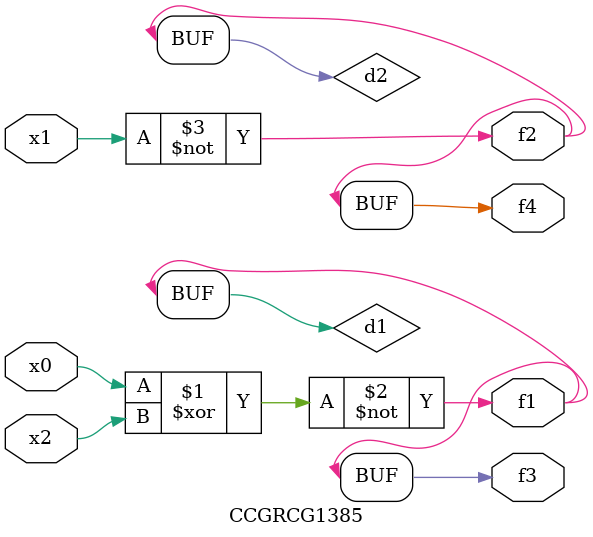
<source format=v>
module CCGRCG1385(
	input x0, x1, x2,
	output f1, f2, f3, f4
);

	wire d1, d2, d3;

	xnor (d1, x0, x2);
	nand (d2, x1);
	nor (d3, x1, x2);
	assign f1 = d1;
	assign f2 = d2;
	assign f3 = d1;
	assign f4 = d2;
endmodule

</source>
